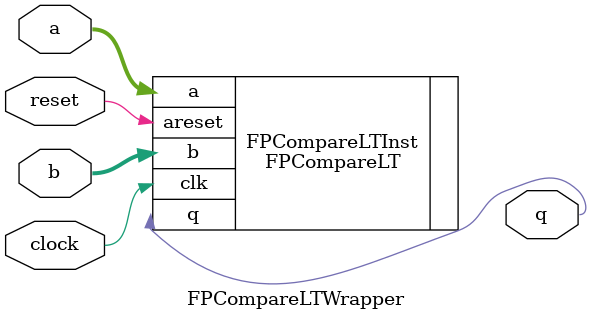
<source format=v>
module FPCompareLTWrapper (
    input  wire        clock,
    input  wire        reset,
    input  wire [31:0] a,
    input  wire [31:0] b,
    output wire [0:0]  q
  );

  parameter LATENCY = 2;

`ifdef _SIM_
  FPCompareLT#(.LATENCY(LATENCY)) FPCompareLTInst (
    .clk(clock)
  , .areset(reset)
  , .a(a)
  , .b(b)
  , .q(q)
  );
`else
  FPCompareLT FPCompareLTInst (
    .clk(clock)
  , .areset(reset)
  , .a(a)
  , .b(b)
  , .q(q)
  );
`endif
endmodule

</source>
